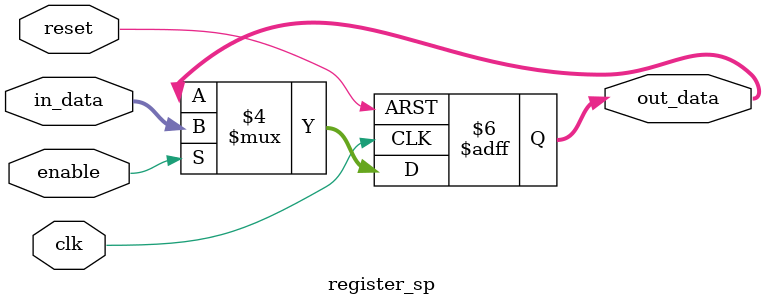
<source format=v>
module register_sp
#(
  parameter N=32
)
(
  input clk,
  input reset,
  input enable,
  input [N-1:0] in_data,
  output reg [N-1:0] out_data
);

  always@(negedge reset or posedge clk)
  begin
    if(reset==0)
      out_data <= 32'h1001_1000;
    else  
      if(enable==1)
        out_data <= in_data;
  end

endmodule

</source>
